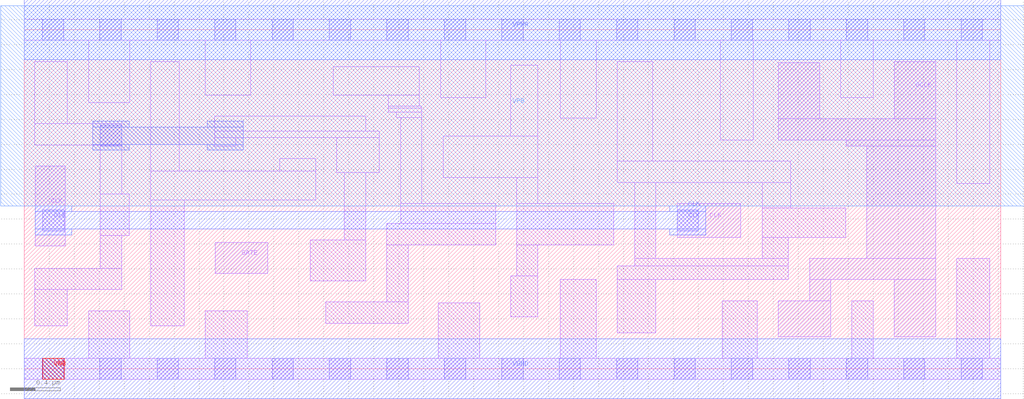
<source format=lef>
# Copyright 2020 The SkyWater PDK Authors
#
# Licensed under the Apache License, Version 2.0 (the "License");
# you may not use this file except in compliance with the License.
# You may obtain a copy of the License at
#
#     https://www.apache.org/licenses/LICENSE-2.0
#
# Unless required by applicable law or agreed to in writing, software
# distributed under the License is distributed on an "AS IS" BASIS,
# WITHOUT WARRANTIES OR CONDITIONS OF ANY KIND, either express or implied.
# See the License for the specific language governing permissions and
# limitations under the License.
#
# SPDX-License-Identifier: Apache-2.0

VERSION 5.7 ;
  NOWIREEXTENSIONATPIN ON ;
  DIVIDERCHAR "/" ;
  BUSBITCHARS "[]" ;
MACRO sky130_fd_sc_hd__dlclkp_4
  CLASS CORE ;
  FOREIGN sky130_fd_sc_hd__dlclkp_4 ;
  ORIGIN  0.000000  0.000000 ;
  SIZE  7.820000 BY  2.720000 ;
  SYMMETRY X Y R90 ;
  SITE unithd ;
  PIN GATE
    ANTENNAGATEAREA  0.159000 ;
    DIRECTION INPUT ;
    USE SIGNAL ;
    PORT
      LAYER li1 ;
        RECT 1.530000 0.765000 1.950000 1.015000 ;
    END
  END GATE
  PIN GCLK
    ANTENNADIFFAREA  1.039500 ;
    DIRECTION OUTPUT ;
    USE SIGNAL ;
    PORT
      LAYER li1 ;
        RECT 6.040000 0.255000 6.460000 0.545000 ;
        RECT 6.040000 1.835000 7.300000 2.005000 ;
        RECT 6.040000 2.005000 6.370000 2.455000 ;
        RECT 6.290000 0.545000 6.460000 0.715000 ;
        RECT 6.290000 0.715000 7.300000 0.885000 ;
        RECT 6.585000 1.785000 7.300000 1.835000 ;
        RECT 6.750000 0.885000 7.300000 1.785000 ;
        RECT 6.970000 0.255000 7.300000 0.715000 ;
        RECT 6.970000 2.005000 7.300000 2.465000 ;
    END
  END GCLK
  PIN VNB
    PORT
      LAYER pwell ;
        RECT 0.150000 -0.085000 0.320000 0.085000 ;
    END
  END VNB
  PIN VPB
    PORT
      LAYER nwell ;
        RECT -0.190000 1.305000 8.010000 2.910000 ;
    END
  END VPB
  PIN CLK
    ANTENNAGATEAREA  0.406500 ;
    DIRECTION INPUT ;
    USE CLOCK ;
    PORT
      LAYER li1 ;
        RECT 0.090000 0.985000 0.330000 1.625000 ;
      LAYER mcon ;
        RECT 0.150000 1.105000 0.320000 1.275000 ;
    END
    PORT
      LAYER li1 ;
        RECT 5.230000 1.055000 5.740000 1.325000 ;
      LAYER mcon ;
        RECT 5.230000 1.105000 5.400000 1.275000 ;
    END
    PORT
      LAYER met1 ;
        RECT 0.090000 1.075000 0.380000 1.120000 ;
        RECT 0.090000 1.120000 5.460000 1.260000 ;
        RECT 0.090000 1.260000 0.380000 1.305000 ;
        RECT 5.170000 1.075000 5.460000 1.120000 ;
        RECT 5.170000 1.260000 5.460000 1.305000 ;
    END
  END CLK
  PIN VGND
    DIRECTION INOUT ;
    SHAPE ABUTMENT ;
    USE GROUND ;
    PORT
      LAYER met1 ;
        RECT 0.000000 -0.240000 7.820000 0.240000 ;
    END
  END VGND
  PIN VPWR
    DIRECTION INOUT ;
    SHAPE ABUTMENT ;
    USE POWER ;
    PORT
      LAYER met1 ;
        RECT 0.000000 2.480000 7.820000 2.960000 ;
    END
  END VPWR
  OBS
    LAYER li1 ;
      RECT 0.000000 -0.085000 7.820000 0.085000 ;
      RECT 0.000000  2.635000 7.820000 2.805000 ;
      RECT 0.085000  0.345000 0.345000 0.635000 ;
      RECT 0.085000  0.635000 0.780000 0.805000 ;
      RECT 0.085000  1.795000 0.780000 1.965000 ;
      RECT 0.085000  1.965000 0.345000 2.465000 ;
      RECT 0.515000  0.085000 0.845000 0.465000 ;
      RECT 0.515000  2.135000 0.845000 2.635000 ;
      RECT 0.610000  0.805000 0.780000 1.070000 ;
      RECT 0.610000  1.070000 0.840000 1.400000 ;
      RECT 0.610000  1.400000 0.780000 1.795000 ;
      RECT 1.015000  0.345000 1.280000 1.355000 ;
      RECT 1.015000  1.355000 2.335000 1.585000 ;
      RECT 1.015000  1.585000 1.240000 2.465000 ;
      RECT 1.450000  0.085000 1.785000 0.465000 ;
      RECT 1.450000  2.195000 1.815000 2.635000 ;
      RECT 1.525000  1.785000 1.695000 1.855000 ;
      RECT 1.525000  1.855000 2.845000 1.905000 ;
      RECT 1.525000  1.905000 2.735000 2.025000 ;
      RECT 2.045000  1.585000 2.335000 1.685000 ;
      RECT 2.290000  0.705000 2.735000 1.035000 ;
      RECT 2.415000  0.365000 3.075000 0.535000 ;
      RECT 2.475000  2.195000 3.165000 2.425000 ;
      RECT 2.505000  1.575000 2.845000 1.855000 ;
      RECT 2.565000  1.035000 2.735000 1.575000 ;
      RECT 2.905000  0.535000 3.075000 0.995000 ;
      RECT 2.905000  0.995000 3.775000 1.165000 ;
      RECT 2.915000  2.060000 3.185000 2.090000 ;
      RECT 2.915000  2.090000 3.180000 2.105000 ;
      RECT 2.915000  2.105000 3.165000 2.195000 ;
      RECT 2.980000  2.015000 3.185000 2.060000 ;
      RECT 3.015000  1.165000 3.775000 1.325000 ;
      RECT 3.015000  1.325000 3.185000 2.015000 ;
      RECT 3.315000  0.085000 3.650000 0.530000 ;
      RECT 3.335000  2.175000 3.695000 2.635000 ;
      RECT 3.355000  1.535000 4.115000 1.865000 ;
      RECT 3.895000  0.415000 4.115000 0.745000 ;
      RECT 3.895000  1.865000 4.115000 2.435000 ;
      RECT 3.945000  0.745000 4.115000 0.995000 ;
      RECT 3.945000  0.995000 4.720000 1.325000 ;
      RECT 3.945000  1.325000 4.115000 1.535000 ;
      RECT 4.295000  0.085000 4.580000 0.715000 ;
      RECT 4.295000  2.010000 4.580000 2.635000 ;
      RECT 4.750000  0.290000 5.060000 0.715000 ;
      RECT 4.750000  0.715000 6.120000 0.825000 ;
      RECT 4.750000  1.495000 6.140000 1.665000 ;
      RECT 4.750000  1.665000 5.035000 2.465000 ;
      RECT 4.890000  0.825000 6.120000 0.885000 ;
      RECT 4.890000  0.885000 5.060000 1.495000 ;
      RECT 5.575000  1.835000 5.840000 2.635000 ;
      RECT 5.590000  0.085000 5.870000 0.545000 ;
      RECT 5.910000  0.885000 6.120000 1.055000 ;
      RECT 5.910000  1.055000 6.580000 1.290000 ;
      RECT 5.910000  1.290000 6.140000 1.495000 ;
      RECT 6.540000  2.175000 6.800000 2.635000 ;
      RECT 6.630000  0.085000 6.800000 0.545000 ;
      RECT 7.470000  0.085000 7.735000 0.885000 ;
      RECT 7.470000  1.485000 7.735000 2.635000 ;
    LAYER mcon ;
      RECT 0.145000 -0.085000 0.315000 0.085000 ;
      RECT 0.145000  2.635000 0.315000 2.805000 ;
      RECT 0.605000 -0.085000 0.775000 0.085000 ;
      RECT 0.605000  2.635000 0.775000 2.805000 ;
      RECT 0.610000  1.785000 0.780000 1.955000 ;
      RECT 1.065000 -0.085000 1.235000 0.085000 ;
      RECT 1.065000  2.635000 1.235000 2.805000 ;
      RECT 1.525000 -0.085000 1.695000 0.085000 ;
      RECT 1.525000  2.635000 1.695000 2.805000 ;
      RECT 1.985000 -0.085000 2.155000 0.085000 ;
      RECT 1.985000  2.635000 2.155000 2.805000 ;
      RECT 2.445000 -0.085000 2.615000 0.085000 ;
      RECT 2.445000  2.635000 2.615000 2.805000 ;
      RECT 2.905000 -0.085000 3.075000 0.085000 ;
      RECT 2.905000  2.635000 3.075000 2.805000 ;
      RECT 3.365000 -0.085000 3.535000 0.085000 ;
      RECT 3.365000  2.635000 3.535000 2.805000 ;
      RECT 3.825000 -0.085000 3.995000 0.085000 ;
      RECT 3.825000  2.635000 3.995000 2.805000 ;
      RECT 4.285000 -0.085000 4.455000 0.085000 ;
      RECT 4.285000  2.635000 4.455000 2.805000 ;
      RECT 4.745000 -0.085000 4.915000 0.085000 ;
      RECT 4.745000  2.635000 4.915000 2.805000 ;
      RECT 5.205000 -0.085000 5.375000 0.085000 ;
      RECT 5.205000  2.635000 5.375000 2.805000 ;
      RECT 5.665000 -0.085000 5.835000 0.085000 ;
      RECT 5.665000  2.635000 5.835000 2.805000 ;
      RECT 6.125000 -0.085000 6.295000 0.085000 ;
      RECT 6.125000  2.635000 6.295000 2.805000 ;
      RECT 6.585000 -0.085000 6.755000 0.085000 ;
      RECT 6.585000  2.635000 6.755000 2.805000 ;
      RECT 7.045000 -0.085000 7.215000 0.085000 ;
      RECT 7.045000  2.635000 7.215000 2.805000 ;
      RECT 7.505000 -0.085000 7.675000 0.085000 ;
      RECT 7.505000  2.635000 7.675000 2.805000 ;
    LAYER met1 ;
      RECT 0.550000 1.755000 0.840000 1.800000 ;
      RECT 0.550000 1.800000 1.755000 1.940000 ;
      RECT 0.550000 1.940000 0.840000 1.985000 ;
      RECT 1.465000 1.755000 1.755000 1.800000 ;
      RECT 1.465000 1.940000 1.755000 1.985000 ;
  END
END sky130_fd_sc_hd__dlclkp_4
END LIBRARY

</source>
